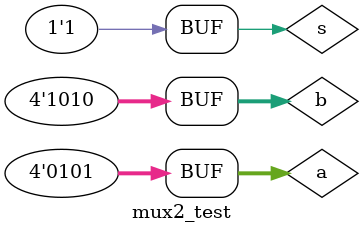
<source format=v>
`timescale 1ns / 1ps


module mux2_test;

	// Inputs
	reg [3:0] a;
	reg [3:0] b;
	reg s;

	// Outputs
	wire [3:0] y;

	// Instantiate the Unit Under Test (UUT)
	mux2 uut (
		.a(a), 
		.b(b), 
		.s(s), 
		.y(y)
	);

	initial begin
			a <= 4'b0101;
			b <= 4'b1010; 
			s <= 0;
		#200; 

			s <= 1; 
		#200;
	end

endmodule


</source>
